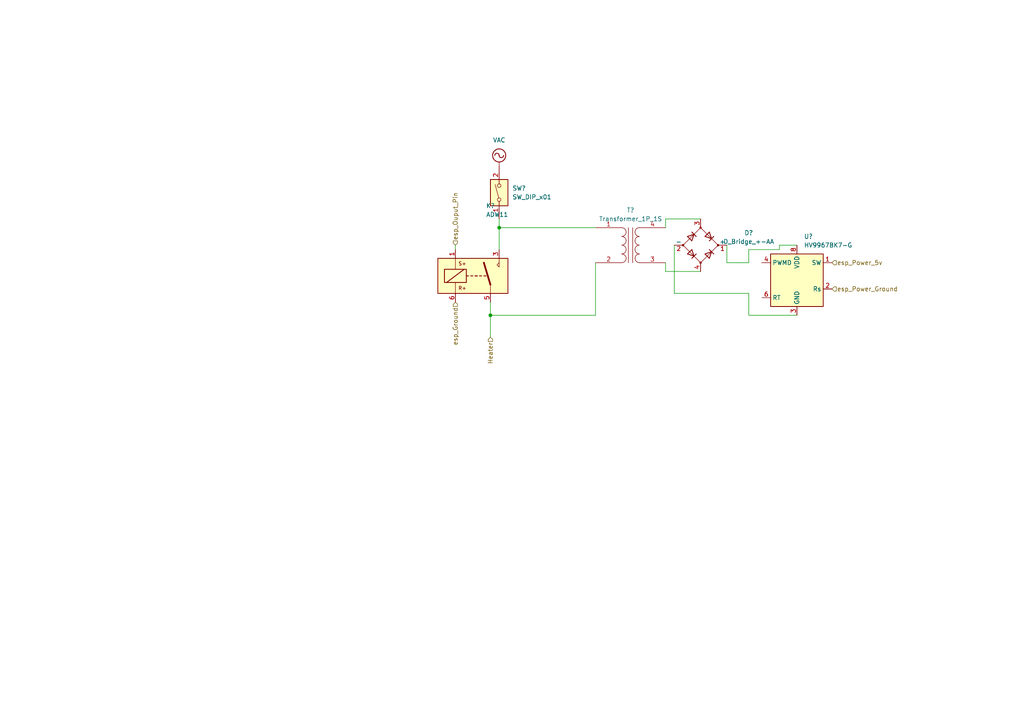
<source format=kicad_sch>
(kicad_sch (version 20211123) (generator eeschema)

  (uuid 5f67a0b3-a3c3-4155-b8ff-94b59fdcdd68)

  (paper "A4")

  (lib_symbols
    (symbol "Device:D_Bridge_+-AA" (pin_names (offset 0)) (in_bom yes) (on_board yes)
      (property "Reference" "D" (id 0) (at 2.54 6.985 0)
        (effects (font (size 1.27 1.27)) (justify left))
      )
      (property "Value" "D_Bridge_+-AA" (id 1) (at 2.54 5.08 0)
        (effects (font (size 1.27 1.27)) (justify left))
      )
      (property "Footprint" "" (id 2) (at 0 0 0)
        (effects (font (size 1.27 1.27)) hide)
      )
      (property "Datasheet" "~" (id 3) (at 0 0 0)
        (effects (font (size 1.27 1.27)) hide)
      )
      (property "ki_keywords" "rectifier ACDC" (id 4) (at 0 0 0)
        (effects (font (size 1.27 1.27)) hide)
      )
      (property "ki_description" "Diode bridge, +ve/-ve/AC/AC" (id 5) (at 0 0 0)
        (effects (font (size 1.27 1.27)) hide)
      )
      (property "ki_fp_filters" "D*Bridge* D*Rectifier*" (id 6) (at 0 0 0)
        (effects (font (size 1.27 1.27)) hide)
      )
      (symbol "D_Bridge_+-AA_0_1"
        (circle (center -5.08 0) (radius 0.254)
          (stroke (width 0) (type default) (color 0 0 0 0))
          (fill (type outline))
        )
        (circle (center 0 -5.08) (radius 0.254)
          (stroke (width 0) (type default) (color 0 0 0 0))
          (fill (type outline))
        )
        (polyline
          (pts
            (xy -2.54 3.81)
            (xy -1.27 2.54)
          )
          (stroke (width 0.254) (type default) (color 0 0 0 0))
          (fill (type none))
        )
        (polyline
          (pts
            (xy -1.27 -2.54)
            (xy -2.54 -3.81)
          )
          (stroke (width 0.254) (type default) (color 0 0 0 0))
          (fill (type none))
        )
        (polyline
          (pts
            (xy 2.54 -1.27)
            (xy 3.81 -2.54)
          )
          (stroke (width 0.254) (type default) (color 0 0 0 0))
          (fill (type none))
        )
        (polyline
          (pts
            (xy 2.54 1.27)
            (xy 3.81 2.54)
          )
          (stroke (width 0.254) (type default) (color 0 0 0 0))
          (fill (type none))
        )
        (polyline
          (pts
            (xy -3.81 2.54)
            (xy -2.54 1.27)
            (xy -1.905 3.175)
            (xy -3.81 2.54)
          )
          (stroke (width 0.254) (type default) (color 0 0 0 0))
          (fill (type none))
        )
        (polyline
          (pts
            (xy -2.54 -1.27)
            (xy -3.81 -2.54)
            (xy -1.905 -3.175)
            (xy -2.54 -1.27)
          )
          (stroke (width 0.254) (type default) (color 0 0 0 0))
          (fill (type none))
        )
        (polyline
          (pts
            (xy 1.27 2.54)
            (xy 2.54 3.81)
            (xy 3.175 1.905)
            (xy 1.27 2.54)
          )
          (stroke (width 0.254) (type default) (color 0 0 0 0))
          (fill (type none))
        )
        (polyline
          (pts
            (xy 3.175 -1.905)
            (xy 1.27 -2.54)
            (xy 2.54 -3.81)
            (xy 3.175 -1.905)
          )
          (stroke (width 0.254) (type default) (color 0 0 0 0))
          (fill (type none))
        )
        (polyline
          (pts
            (xy -5.08 0)
            (xy 0 -5.08)
            (xy 5.08 0)
            (xy 0 5.08)
            (xy -5.08 0)
          )
          (stroke (width 0) (type default) (color 0 0 0 0))
          (fill (type none))
        )
        (circle (center 0 5.08) (radius 0.254)
          (stroke (width 0) (type default) (color 0 0 0 0))
          (fill (type outline))
        )
        (circle (center 5.08 0) (radius 0.254)
          (stroke (width 0) (type default) (color 0 0 0 0))
          (fill (type outline))
        )
      )
      (symbol "D_Bridge_+-AA_1_1"
        (pin passive line (at 7.62 0 180) (length 2.54)
          (name "+" (effects (font (size 1.27 1.27))))
          (number "1" (effects (font (size 1.27 1.27))))
        )
        (pin passive line (at -7.62 0 0) (length 2.54)
          (name "-" (effects (font (size 1.27 1.27))))
          (number "2" (effects (font (size 1.27 1.27))))
        )
        (pin passive line (at 0 7.62 270) (length 2.54)
          (name "~" (effects (font (size 1.27 1.27))))
          (number "3" (effects (font (size 1.27 1.27))))
        )
        (pin passive line (at 0 -7.62 90) (length 2.54)
          (name "~" (effects (font (size 1.27 1.27))))
          (number "4" (effects (font (size 1.27 1.27))))
        )
      )
    )
    (symbol "Device:Transformer_1P_1S" (pin_names (offset 1.016) hide) (in_bom yes) (on_board yes)
      (property "Reference" "T" (id 0) (at 0 6.35 0)
        (effects (font (size 1.27 1.27)))
      )
      (property "Value" "Transformer_1P_1S" (id 1) (at 0 -7.62 0)
        (effects (font (size 1.27 1.27)))
      )
      (property "Footprint" "" (id 2) (at 0 0 0)
        (effects (font (size 1.27 1.27)) hide)
      )
      (property "Datasheet" "~" (id 3) (at 0 0 0)
        (effects (font (size 1.27 1.27)) hide)
      )
      (property "ki_keywords" "transformer coil magnet" (id 4) (at 0 0 0)
        (effects (font (size 1.27 1.27)) hide)
      )
      (property "ki_description" "Transformer, single primary, single secondary" (id 5) (at 0 0 0)
        (effects (font (size 1.27 1.27)) hide)
      )
      (symbol "Transformer_1P_1S_0_1"
        (arc (start -2.54 -5.0546) (mid -1.6599 -4.6901) (end -1.27 -3.81)
          (stroke (width 0) (type default) (color 0 0 0 0))
          (fill (type none))
        )
        (arc (start -2.54 -2.5146) (mid -1.6599 -2.1501) (end -1.27 -1.27)
          (stroke (width 0) (type default) (color 0 0 0 0))
          (fill (type none))
        )
        (arc (start -2.54 0.0254) (mid -1.6599 0.3899) (end -1.27 1.27)
          (stroke (width 0) (type default) (color 0 0 0 0))
          (fill (type none))
        )
        (arc (start -2.54 2.5654) (mid -1.6599 2.9299) (end -1.27 3.81)
          (stroke (width 0) (type default) (color 0 0 0 0))
          (fill (type none))
        )
        (arc (start -1.27 -3.81) (mid -1.642 -2.912) (end -2.54 -2.54)
          (stroke (width 0) (type default) (color 0 0 0 0))
          (fill (type none))
        )
        (arc (start -1.27 -1.27) (mid -1.642 -0.372) (end -2.54 0)
          (stroke (width 0) (type default) (color 0 0 0 0))
          (fill (type none))
        )
        (arc (start -1.27 1.27) (mid -1.642 2.168) (end -2.54 2.54)
          (stroke (width 0) (type default) (color 0 0 0 0))
          (fill (type none))
        )
        (arc (start -1.27 3.81) (mid -1.642 4.708) (end -2.54 5.08)
          (stroke (width 0) (type default) (color 0 0 0 0))
          (fill (type none))
        )
        (polyline
          (pts
            (xy -0.635 5.08)
            (xy -0.635 -5.08)
          )
          (stroke (width 0) (type default) (color 0 0 0 0))
          (fill (type none))
        )
        (polyline
          (pts
            (xy 0.635 -5.08)
            (xy 0.635 5.08)
          )
          (stroke (width 0) (type default) (color 0 0 0 0))
          (fill (type none))
        )
        (arc (start 1.2954 -1.27) (mid 1.6599 -2.1501) (end 2.54 -2.5146)
          (stroke (width 0) (type default) (color 0 0 0 0))
          (fill (type none))
        )
        (arc (start 1.2954 1.27) (mid 1.6599 0.3899) (end 2.54 0.0254)
          (stroke (width 0) (type default) (color 0 0 0 0))
          (fill (type none))
        )
        (arc (start 1.2954 3.81) (mid 1.6599 2.9299) (end 2.54 2.5654)
          (stroke (width 0) (type default) (color 0 0 0 0))
          (fill (type none))
        )
        (arc (start 1.3208 -3.81) (mid 1.6853 -4.6901) (end 2.5654 -5.0546)
          (stroke (width 0) (type default) (color 0 0 0 0))
          (fill (type none))
        )
        (arc (start 2.54 0) (mid 1.642 -0.372) (end 1.2954 -1.27)
          (stroke (width 0) (type default) (color 0 0 0 0))
          (fill (type none))
        )
        (arc (start 2.54 2.54) (mid 1.642 2.168) (end 1.2954 1.27)
          (stroke (width 0) (type default) (color 0 0 0 0))
          (fill (type none))
        )
        (arc (start 2.54 5.08) (mid 1.642 4.708) (end 1.2954 3.81)
          (stroke (width 0) (type default) (color 0 0 0 0))
          (fill (type none))
        )
        (arc (start 2.5654 -2.54) (mid 1.6674 -2.912) (end 1.3208 -3.81)
          (stroke (width 0) (type default) (color 0 0 0 0))
          (fill (type none))
        )
      )
      (symbol "Transformer_1P_1S_1_1"
        (pin passive line (at -10.16 5.08 0) (length 7.62)
          (name "AA" (effects (font (size 1.27 1.27))))
          (number "1" (effects (font (size 1.27 1.27))))
        )
        (pin passive line (at -10.16 -5.08 0) (length 7.62)
          (name "AB" (effects (font (size 1.27 1.27))))
          (number "2" (effects (font (size 1.27 1.27))))
        )
        (pin passive line (at 10.16 -5.08 180) (length 7.62)
          (name "SA" (effects (font (size 1.27 1.27))))
          (number "3" (effects (font (size 1.27 1.27))))
        )
        (pin passive line (at 10.16 5.08 180) (length 7.62)
          (name "SB" (effects (font (size 1.27 1.27))))
          (number "4" (effects (font (size 1.27 1.27))))
        )
      )
    )
    (symbol "Driver_LED:HV9967BK7-G" (in_bom yes) (on_board yes)
      (property "Reference" "U" (id 0) (at -7.62 8.89 0)
        (effects (font (size 1.27 1.27)) (justify left))
      )
      (property "Value" "HV9967BK7-G" (id 1) (at 1.27 8.89 0)
        (effects (font (size 1.27 1.27)) (justify left))
      )
      (property "Footprint" "Package_DFN_QFN:DFN-8-1EP_3x3mm_P0.65mm_EP1.55x2.4mm" (id 2) (at 0 0 0)
        (effects (font (size 1.27 1.27)) hide)
      )
      (property "Datasheet" "http://ww1.microchip.com/downloads/en/DeviceDoc/hv9967b.pdf" (id 3) (at 0 0 0)
        (effects (font (size 1.27 1.27)) hide)
      )
      (property "ki_keywords" "Buck LED Lamp Driver Low Voltage Average CC" (id 4) (at 0 0 0)
        (effects (font (size 1.27 1.27)) hide)
      )
      (property "ki_description" "Buck LED Lamp Driver Average-Mode Constant Current, DFN8 (3x3mm)" (id 5) (at 0 0 0)
        (effects (font (size 1.27 1.27)) hide)
      )
      (property "ki_fp_filters" "DFN*3x3mm*P0.65mm*EP1.55x2.4mm*" (id 6) (at 0 0 0)
        (effects (font (size 1.27 1.27)) hide)
      )
      (symbol "HV9967BK7-G_0_1"
        (rectangle (start -7.62 7.62) (end 7.62 -7.62)
          (stroke (width 0.254) (type default) (color 0 0 0 0))
          (fill (type background))
        )
      )
      (symbol "HV9967BK7-G_1_1"
        (pin output line (at 10.16 5.08 180) (length 2.54)
          (name "SW" (effects (font (size 1.27 1.27))))
          (number "1" (effects (font (size 1.27 1.27))))
        )
        (pin input line (at 10.16 -2.54 180) (length 2.54)
          (name "Rs" (effects (font (size 1.27 1.27))))
          (number "2" (effects (font (size 1.27 1.27))))
        )
        (pin power_in line (at 0 -10.16 90) (length 2.54)
          (name "GND" (effects (font (size 1.27 1.27))))
          (number "3" (effects (font (size 1.27 1.27))))
        )
        (pin output line (at -10.16 5.08 0) (length 2.54)
          (name "PWMD" (effects (font (size 1.27 1.27))))
          (number "4" (effects (font (size 1.27 1.27))))
        )
        (pin input line (at -10.16 -5.08 0) (length 2.54)
          (name "RT" (effects (font (size 1.27 1.27))))
          (number "6" (effects (font (size 1.27 1.27))))
        )
        (pin passive line (at 0 -10.16 90) (length 2.54) hide
          (name "GND" (effects (font (size 1.27 1.27))))
          (number "7" (effects (font (size 1.27 1.27))))
        )
        (pin power_out line (at 0 10.16 270) (length 2.54)
          (name "VDD" (effects (font (size 1.27 1.27))))
          (number "8" (effects (font (size 1.27 1.27))))
        )
        (pin passive line (at 0 -10.16 90) (length 2.54) hide
          (name "GND" (effects (font (size 1.27 1.27))))
          (number "9" (effects (font (size 1.27 1.27))))
        )
      )
    )
    (symbol "Relay:ADW11" (in_bom yes) (on_board yes)
      (property "Reference" "K" (id 0) (at 11.43 3.81 0)
        (effects (font (size 1.27 1.27)))
      )
      (property "Value" "ADW11" (id 1) (at 13.97 1.27 0)
        (effects (font (size 1.27 1.27)))
      )
      (property "Footprint" "Relay_THT:Relay_1P1T_NO_10x24x18.8mm_Panasonic_ADW11xxxxW_THT" (id 2) (at 33.655 -1.27 0)
        (effects (font (size 1.27 1.27)) hide)
      )
      (property "Datasheet" "https://www.panasonic-electric-works.com/pew/es/downloads/ds_dw_hl_en.pdf" (id 3) (at 0 0 0)
        (effects (font (size 1.27 1.27)) hide)
      )
      (property "ki_keywords" "SPST 1P1T" (id 4) (at 0 0 0)
        (effects (font (size 1.27 1.27)) hide)
      )
      (property "ki_description" "Panasonic, 8A/16A, Small Polarized Latching Power Relays, Single coil, 1 Form A" (id 5) (at 0 0 0)
        (effects (font (size 1.27 1.27)) hide)
      )
      (property "ki_fp_filters" "Relay*1P1T*NO*Panasonic*ADW11xxxxW*" (id 6) (at 0 0 0)
        (effects (font (size 1.27 1.27)) hide)
      )
      (symbol "ADW11_1_1"
        (rectangle (start -10.16 5.08) (end 10.16 -5.08)
          (stroke (width 0.254) (type default) (color 0 0 0 0))
          (fill (type background))
        )
        (rectangle (start -8.255 1.905) (end -1.905 -1.905)
          (stroke (width 0.254) (type default) (color 0 0 0 0))
          (fill (type none))
        )
        (polyline
          (pts
            (xy -7.62 -1.905)
            (xy -2.54 1.905)
          )
          (stroke (width 0.254) (type default) (color 0 0 0 0))
          (fill (type none))
        )
        (polyline
          (pts
            (xy -5.08 -5.08)
            (xy -5.08 -1.905)
          )
          (stroke (width 0) (type default) (color 0 0 0 0))
          (fill (type none))
        )
        (polyline
          (pts
            (xy -5.08 5.08)
            (xy -5.08 1.905)
          )
          (stroke (width 0) (type default) (color 0 0 0 0))
          (fill (type none))
        )
        (polyline
          (pts
            (xy -1.905 0)
            (xy -1.27 0)
          )
          (stroke (width 0.254) (type default) (color 0 0 0 0))
          (fill (type none))
        )
        (polyline
          (pts
            (xy -0.635 0)
            (xy 0 0)
          )
          (stroke (width 0.254) (type default) (color 0 0 0 0))
          (fill (type none))
        )
        (polyline
          (pts
            (xy 0.635 0)
            (xy 1.27 0)
          )
          (stroke (width 0.254) (type default) (color 0 0 0 0))
          (fill (type none))
        )
        (polyline
          (pts
            (xy 0.635 0)
            (xy 1.27 0)
          )
          (stroke (width 0.254) (type default) (color 0 0 0 0))
          (fill (type none))
        )
        (polyline
          (pts
            (xy 1.905 0)
            (xy 2.54 0)
          )
          (stroke (width 0.254) (type default) (color 0 0 0 0))
          (fill (type none))
        )
        (polyline
          (pts
            (xy 3.175 0)
            (xy 3.81 0)
          )
          (stroke (width 0.254) (type default) (color 0 0 0 0))
          (fill (type none))
        )
        (polyline
          (pts
            (xy 5.08 -2.54)
            (xy 3.175 3.81)
          )
          (stroke (width 0.508) (type default) (color 0 0 0 0))
          (fill (type none))
        )
        (polyline
          (pts
            (xy 5.08 -2.54)
            (xy 5.08 -5.08)
          )
          (stroke (width 0) (type default) (color 0 0 0 0))
          (fill (type none))
        )
        (polyline
          (pts
            (xy 7.62 3.81)
            (xy 7.62 5.08)
          )
          (stroke (width 0) (type default) (color 0 0 0 0))
          (fill (type none))
        )
        (polyline
          (pts
            (xy 7.62 3.81)
            (xy 7.62 2.54)
            (xy 6.985 3.175)
            (xy 7.62 3.81)
          )
          (stroke (width 0) (type default) (color 0 0 0 0))
          (fill (type none))
        )
        (text "R+" (at -3.048 -3.556 0)
          (effects (font (size 1.016 1.016)))
        )
        (text "S+" (at -3.048 3.556 0)
          (effects (font (size 1.016 1.016)))
        )
        (pin passive line (at -5.08 7.62 270) (length 2.54)
          (name "~" (effects (font (size 1.27 1.27))))
          (number "1" (effects (font (size 1.27 1.27))))
        )
        (pin passive line (at 7.62 7.62 270) (length 2.54)
          (name "~" (effects (font (size 1.27 1.27))))
          (number "3" (effects (font (size 1.27 1.27))))
        )
        (pin passive line (at 5.08 -7.62 90) (length 2.54)
          (name "~" (effects (font (size 1.27 1.27))))
          (number "5" (effects (font (size 1.27 1.27))))
        )
        (pin passive line (at -5.08 -7.62 90) (length 2.54)
          (name "~" (effects (font (size 1.27 1.27))))
          (number "6" (effects (font (size 1.27 1.27))))
        )
      )
    )
    (symbol "Switch:SW_DIP_x01" (pin_names (offset 0) hide) (in_bom yes) (on_board yes)
      (property "Reference" "SW" (id 0) (at 0 3.81 0)
        (effects (font (size 1.27 1.27)))
      )
      (property "Value" "SW_DIP_x01" (id 1) (at 0 -3.81 0)
        (effects (font (size 1.27 1.27)))
      )
      (property "Footprint" "" (id 2) (at 0 0 0)
        (effects (font (size 1.27 1.27)) hide)
      )
      (property "Datasheet" "~" (id 3) (at 0 0 0)
        (effects (font (size 1.27 1.27)) hide)
      )
      (property "ki_keywords" "dip switch" (id 4) (at 0 0 0)
        (effects (font (size 1.27 1.27)) hide)
      )
      (property "ki_description" "1x DIP Switch, Single Pole Single Throw (SPST) switch, small symbol" (id 5) (at 0 0 0)
        (effects (font (size 1.27 1.27)) hide)
      )
      (property "ki_fp_filters" "SW?DIP?x1*" (id 6) (at 0 0 0)
        (effects (font (size 1.27 1.27)) hide)
      )
      (symbol "SW_DIP_x01_0_0"
        (circle (center -2.032 0) (radius 0.508)
          (stroke (width 0) (type default) (color 0 0 0 0))
          (fill (type none))
        )
        (polyline
          (pts
            (xy -1.524 0.127)
            (xy 2.3622 1.1684)
          )
          (stroke (width 0) (type default) (color 0 0 0 0))
          (fill (type none))
        )
        (circle (center 2.032 0) (radius 0.508)
          (stroke (width 0) (type default) (color 0 0 0 0))
          (fill (type none))
        )
      )
      (symbol "SW_DIP_x01_0_1"
        (rectangle (start -3.81 2.54) (end 3.81 -2.54)
          (stroke (width 0.254) (type default) (color 0 0 0 0))
          (fill (type background))
        )
      )
      (symbol "SW_DIP_x01_1_1"
        (pin passive line (at -7.62 0 0) (length 5.08)
          (name "~" (effects (font (size 1.27 1.27))))
          (number "1" (effects (font (size 1.27 1.27))))
        )
        (pin passive line (at 7.62 0 180) (length 5.08)
          (name "~" (effects (font (size 1.27 1.27))))
          (number "2" (effects (font (size 1.27 1.27))))
        )
      )
    )
    (symbol "power:VAC" (power) (pin_names (offset 0)) (in_bom yes) (on_board yes)
      (property "Reference" "#PWR" (id 0) (at 0 -2.54 0)
        (effects (font (size 1.27 1.27)) hide)
      )
      (property "Value" "VAC" (id 1) (at 0 6.35 0)
        (effects (font (size 1.27 1.27)))
      )
      (property "Footprint" "" (id 2) (at 0 0 0)
        (effects (font (size 1.27 1.27)) hide)
      )
      (property "Datasheet" "" (id 3) (at 0 0 0)
        (effects (font (size 1.27 1.27)) hide)
      )
      (property "ki_keywords" "power-flag" (id 4) (at 0 0 0)
        (effects (font (size 1.27 1.27)) hide)
      )
      (property "ki_description" "Power symbol creates a global label with name \"VAC\"" (id 5) (at 0 0 0)
        (effects (font (size 1.27 1.27)) hide)
      )
      (symbol "VAC_0_1"
        (polyline
          (pts
            (xy 0 0)
            (xy 0 1.27)
          )
          (stroke (width 0) (type default) (color 0 0 0 0))
          (fill (type none))
        )
        (arc (start 0 3.175) (mid -0.635 3.81) (end -1.27 3.175)
          (stroke (width 0.254) (type default) (color 0 0 0 0))
          (fill (type none))
        )
        (arc (start 0 3.175) (mid 0.635 2.54) (end 1.27 3.175)
          (stroke (width 0.254) (type default) (color 0 0 0 0))
          (fill (type none))
        )
        (circle (center 0 3.175) (radius 1.905)
          (stroke (width 0.254) (type default) (color 0 0 0 0))
          (fill (type none))
        )
      )
      (symbol "VAC_1_1"
        (pin power_in line (at 0 0 90) (length 0) hide
          (name "VAC" (effects (font (size 1.27 1.27))))
          (number "1" (effects (font (size 1.27 1.27))))
        )
      )
    )
  )

  (junction (at 142.24 91.44) (diameter 0) (color 0 0 0 0)
    (uuid 66b80815-9e23-489b-8aff-0ea251ba28dd)
  )
  (junction (at 144.78 66.04) (diameter 0) (color 0 0 0 0)
    (uuid 8742cfd4-d376-46e4-8f9d-3580be486d39)
  )

  (wire (pts (xy 132.08 71.12) (xy 132.08 72.39))
    (stroke (width 0) (type default) (color 0 0 0 0))
    (uuid 0b4db464-ab74-4629-b252-aeca655a2b41)
  )
  (wire (pts (xy 195.58 71.12) (xy 195.58 85.09))
    (stroke (width 0) (type default) (color 0 0 0 0))
    (uuid 2f3cb219-4600-4684-bc54-38d8088ae343)
  )
  (wire (pts (xy 193.04 78.74) (xy 203.2 78.74))
    (stroke (width 0) (type default) (color 0 0 0 0))
    (uuid 31873c64-687c-4696-9dc5-36afc95a8a60)
  )
  (wire (pts (xy 144.78 72.39) (xy 144.78 66.04))
    (stroke (width 0) (type default) (color 0 0 0 0))
    (uuid 3d8341ec-5d59-4cbe-b0a1-7a8897d67ca6)
  )
  (wire (pts (xy 226.06 72.39) (xy 217.17 72.39))
    (stroke (width 0) (type default) (color 0 0 0 0))
    (uuid 46c8f47e-d2e5-4d58-aa58-458a4713b069)
  )
  (wire (pts (xy 210.82 76.2) (xy 217.17 76.2))
    (stroke (width 0) (type default) (color 0 0 0 0))
    (uuid 4a4a7fa9-d62b-49dd-88aa-d0245588e66d)
  )
  (wire (pts (xy 193.04 63.5) (xy 193.04 66.04))
    (stroke (width 0) (type default) (color 0 0 0 0))
    (uuid 4db5b2af-a40c-4e9d-af29-3fcef672bafa)
  )
  (wire (pts (xy 193.04 76.2) (xy 193.04 78.74))
    (stroke (width 0) (type default) (color 0 0 0 0))
    (uuid 5749c64f-6c09-4f33-bc36-1f0a9cebeede)
  )
  (wire (pts (xy 142.24 91.44) (xy 172.72 91.44))
    (stroke (width 0) (type default) (color 0 0 0 0))
    (uuid 62c046a3-dc20-44e1-9f05-4bfd8a1b3bf6)
  )
  (wire (pts (xy 217.17 91.44) (xy 231.14 91.44))
    (stroke (width 0) (type default) (color 0 0 0 0))
    (uuid 71f1e8ba-613d-4c10-85a0-c5eb154f67f4)
  )
  (wire (pts (xy 142.24 91.44) (xy 142.24 97.79))
    (stroke (width 0) (type default) (color 0 0 0 0))
    (uuid 820889fc-f092-4740-a366-788a44db0c7b)
  )
  (wire (pts (xy 217.17 85.09) (xy 217.17 91.44))
    (stroke (width 0) (type default) (color 0 0 0 0))
    (uuid 9695848b-255c-4673-9e4a-8a6b8d666b1b)
  )
  (wire (pts (xy 142.24 87.63) (xy 142.24 91.44))
    (stroke (width 0) (type default) (color 0 0 0 0))
    (uuid 9cf53a98-fece-44b5-b6bf-3a5f97894cf7)
  )
  (wire (pts (xy 226.06 71.12) (xy 226.06 72.39))
    (stroke (width 0) (type default) (color 0 0 0 0))
    (uuid a33658c5-55c9-41ac-ab85-edfc3607de70)
  )
  (wire (pts (xy 172.72 76.2) (xy 172.72 91.44))
    (stroke (width 0) (type default) (color 0 0 0 0))
    (uuid a7aafa75-158d-4919-96bf-c117b0d1941d)
  )
  (wire (pts (xy 203.2 63.5) (xy 193.04 63.5))
    (stroke (width 0) (type default) (color 0 0 0 0))
    (uuid a90ab3e8-ac66-4b33-8bf8-9b2699d1fef0)
  )
  (wire (pts (xy 210.82 71.12) (xy 210.82 76.2))
    (stroke (width 0) (type default) (color 0 0 0 0))
    (uuid b01a600d-7331-4d64-8a12-49fd8706cef9)
  )
  (wire (pts (xy 144.78 66.04) (xy 172.72 66.04))
    (stroke (width 0) (type default) (color 0 0 0 0))
    (uuid f02f43af-c62d-4de7-bfd8-58ec6ba7ca83)
  )
  (wire (pts (xy 231.14 71.12) (xy 226.06 71.12))
    (stroke (width 0) (type default) (color 0 0 0 0))
    (uuid f281ac86-254f-4ed2-83ab-a2ba118b9a47)
  )
  (wire (pts (xy 217.17 72.39) (xy 217.17 76.2))
    (stroke (width 0) (type default) (color 0 0 0 0))
    (uuid f36fef73-f555-4bf0-ae2a-e732d63bed0f)
  )
  (wire (pts (xy 195.58 85.09) (xy 217.17 85.09))
    (stroke (width 0) (type default) (color 0 0 0 0))
    (uuid f8d01f9f-783c-4b5c-8552-7cc63c747e96)
  )
  (wire (pts (xy 144.78 63.5) (xy 144.78 66.04))
    (stroke (width 0) (type default) (color 0 0 0 0))
    (uuid fc9e9b36-3013-4432-b599-0c02568ad3e2)
  )

  (hierarchical_label "esp_Ouput_Pin" (shape input) (at 132.08 71.12 90)
    (effects (font (size 1.27 1.27)) (justify left))
    (uuid 5371883b-6539-48ca-ae8c-e44f6f2ed6cb)
  )
  (hierarchical_label "Heater" (shape input) (at 142.24 97.79 270)
    (effects (font (size 1.27 1.27)) (justify right))
    (uuid 8fd9a37c-aacd-4005-94c1-7c40dbba81d3)
  )
  (hierarchical_label "esp_Power_5v" (shape input) (at 241.3 76.2 0)
    (effects (font (size 1.27 1.27)) (justify left))
    (uuid e0811ec3-fdef-4d7e-9188-d28d245d30e8)
  )
  (hierarchical_label "esp_Ground" (shape input) (at 132.08 87.63 270)
    (effects (font (size 1.27 1.27)) (justify right))
    (uuid e3913d9a-b120-4937-8c1a-71b6362f90f6)
  )
  (hierarchical_label "esp_Power_Ground" (shape input) (at 241.3 83.82 0)
    (effects (font (size 1.27 1.27)) (justify left))
    (uuid ecb8c7de-71fb-4ea8-bd0c-b5c9d103ccea)
  )

  (symbol (lib_id "Driver_LED:HV9967BK7-G") (at 231.14 81.28 0) (unit 1)
    (in_bom yes) (on_board yes) (fields_autoplaced)
    (uuid 0f665782-4dca-434c-ae37-9ba87c2d1f05)
    (property "Reference" "U?" (id 0) (at 233.1594 68.58 0)
      (effects (font (size 1.27 1.27)) (justify left))
    )
    (property "Value" "HV9967BK7-G" (id 1) (at 233.1594 71.12 0)
      (effects (font (size 1.27 1.27)) (justify left))
    )
    (property "Footprint" "Package_DFN_QFN:DFN-8-1EP_3x3mm_P0.65mm_EP1.55x2.4mm" (id 2) (at 231.14 81.28 0)
      (effects (font (size 1.27 1.27)) hide)
    )
    (property "Datasheet" "http://ww1.microchip.com/downloads/en/DeviceDoc/hv9967b.pdf" (id 3) (at 231.14 81.28 0)
      (effects (font (size 1.27 1.27)) hide)
    )
    (pin "1" (uuid 374c0bc7-a37a-4039-a39e-01fa5f55bf68))
    (pin "2" (uuid d24eb33a-baf7-41b9-a8ab-67367312cf37))
    (pin "3" (uuid 6075f02f-a315-4b1d-a7df-84dd55409412))
    (pin "4" (uuid 1cd94519-b1d6-43b8-b610-f3ca3ce5b9e3))
    (pin "6" (uuid 6ed225e8-8c2a-4ac4-9d93-31408818f720))
    (pin "7" (uuid 24fcce60-77f7-420a-a973-bd2a0bc1e68a))
    (pin "8" (uuid 8c092350-343d-4bcd-90b5-e6f94733bcca))
    (pin "9" (uuid 3aa91ee2-74c8-4cf8-a7fc-3721753dc064))
  )

  (symbol (lib_id "Relay:ADW11") (at 137.16 80.01 0) (unit 1)
    (in_bom yes) (on_board yes)
    (uuid 482c31fc-4ee1-4252-98ca-cfba181c0a5f)
    (property "Reference" "K?" (id 0) (at 140.97 59.6899 0)
      (effects (font (size 1.27 1.27)) (justify left))
    )
    (property "Value" "ADW11" (id 1) (at 140.97 62.2299 0)
      (effects (font (size 1.27 1.27)) (justify left))
    )
    (property "Footprint" "Relay_THT:Relay_1P1T_NO_10x24x18.8mm_Panasonic_ADW11xxxxW_THT" (id 2) (at 170.815 81.28 0)
      (effects (font (size 1.27 1.27)) hide)
    )
    (property "Datasheet" "https://www.panasonic-electric-works.com/pew/es/downloads/ds_dw_hl_en.pdf" (id 3) (at 137.16 80.01 0)
      (effects (font (size 1.27 1.27)) hide)
    )
    (pin "1" (uuid b8a53860-bc19-4844-b01f-b77138d559ca))
    (pin "3" (uuid 2d2c0ed1-5f40-45db-9012-897d576bf00f))
    (pin "5" (uuid 7101705b-e45b-40fb-bda6-633cd5d050db))
    (pin "6" (uuid b9b44280-ba65-4530-84f1-d6fb57afda17))
  )

  (symbol (lib_id "power:VAC") (at 144.78 48.26 0) (unit 1)
    (in_bom yes) (on_board yes) (fields_autoplaced)
    (uuid 4d8c150b-c271-4426-b1b4-92625aa1026c)
    (property "Reference" "#PWR?" (id 0) (at 144.78 50.8 0)
      (effects (font (size 1.27 1.27)) hide)
    )
    (property "Value" "VAC" (id 1) (at 144.78 40.64 0))
    (property "Footprint" "" (id 2) (at 144.78 48.26 0)
      (effects (font (size 1.27 1.27)) hide)
    )
    (property "Datasheet" "" (id 3) (at 144.78 48.26 0)
      (effects (font (size 1.27 1.27)) hide)
    )
    (pin "1" (uuid a9568903-b40d-4dff-b950-a33bec5b90c0))
  )

  (symbol (lib_id "Switch:SW_DIP_x01") (at 144.78 55.88 90) (unit 1)
    (in_bom yes) (on_board yes) (fields_autoplaced)
    (uuid 8b36d986-566f-4d31-bb2d-5d58b6cb94d8)
    (property "Reference" "SW?" (id 0) (at 148.59 54.6099 90)
      (effects (font (size 1.27 1.27)) (justify right))
    )
    (property "Value" "SW_DIP_x01" (id 1) (at 148.59 57.1499 90)
      (effects (font (size 1.27 1.27)) (justify right))
    )
    (property "Footprint" "" (id 2) (at 144.78 55.88 0)
      (effects (font (size 1.27 1.27)) hide)
    )
    (property "Datasheet" "~" (id 3) (at 144.78 55.88 0)
      (effects (font (size 1.27 1.27)) hide)
    )
    (pin "1" (uuid 036aee34-23f2-4885-8c88-8ce52581589c))
    (pin "2" (uuid 557cea23-3027-4224-b725-b528a879dd65))
  )

  (symbol (lib_id "Device:D_Bridge_+-AA") (at 203.2 71.12 0) (unit 1)
    (in_bom yes) (on_board yes) (fields_autoplaced)
    (uuid b019e642-272d-4241-8b2d-75cf1c585421)
    (property "Reference" "D?" (id 0) (at 217.17 67.5386 0))
    (property "Value" "D_Bridge_+-AA" (id 1) (at 217.17 70.0786 0))
    (property "Footprint" "" (id 2) (at 203.2 71.12 0)
      (effects (font (size 1.27 1.27)) hide)
    )
    (property "Datasheet" "~" (id 3) (at 203.2 71.12 0)
      (effects (font (size 1.27 1.27)) hide)
    )
    (pin "1" (uuid 23f9655f-a540-4ccd-86c4-7e06faa08557))
    (pin "2" (uuid fe16dee0-2c6a-48c0-af72-4097e19971de))
    (pin "3" (uuid c801c6f2-2397-46c7-ae70-7419903b0fee))
    (pin "4" (uuid db993529-efe8-4e3c-87d8-5666dac68bab))
  )

  (symbol (lib_id "Device:Transformer_1P_1S") (at 182.88 71.12 0) (unit 1)
    (in_bom yes) (on_board yes) (fields_autoplaced)
    (uuid bca7d002-ee6e-4a09-b1c8-a3de3f496fc5)
    (property "Reference" "T?" (id 0) (at 182.8927 60.96 0))
    (property "Value" "Transformer_1P_1S" (id 1) (at 182.8927 63.5 0))
    (property "Footprint" "" (id 2) (at 182.88 71.12 0)
      (effects (font (size 1.27 1.27)) hide)
    )
    (property "Datasheet" "~" (id 3) (at 182.88 71.12 0)
      (effects (font (size 1.27 1.27)) hide)
    )
    (pin "1" (uuid a1d39591-ef21-402a-bbb6-79d668aa2620))
    (pin "2" (uuid 1abc1783-9e0c-4e4e-9fd0-0b56e4393b9c))
    (pin "3" (uuid a8cadff0-fcef-44ff-a697-806f8b378def))
    (pin "4" (uuid fd23e92d-34ad-4ea0-ba6e-b1037cda50f5))
  )
)

</source>
